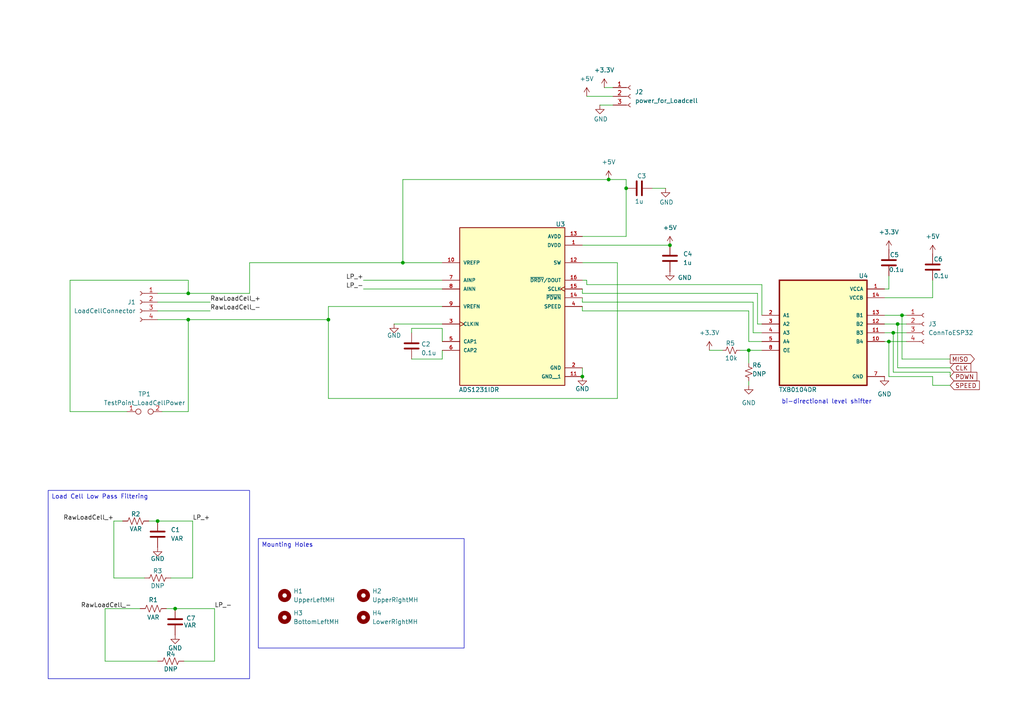
<source format=kicad_sch>
(kicad_sch (version 20231120) (generator "eeschema") (generator_version "8.0")
  (paper "A4")
  (lib_symbols
    (symbol "ADS1231IDR:ADS1231IDR" (pin_names (offset 1.016))
      (property "Reference" "U" (at -15.24 20.955 0))
      (property "Value" "ADS1231IDR" (at -15.24 -27.94 0))
      (symbol "ADS1231IDR_0_0"
        (rectangle (start -15.24 -25.4) (end 15.24 20.32) (stroke (width 0.254)) (fill (type background)))
        (pin power_in line (at 20.32 15.24 180) (length 5.08) (name "DVDD") (number "1"))
        (pin input line (at -20.32 10.16 0) (length 5.08) (name "VREFP") (number "10"))
        (pin power_in line (at 20.32 -22.86 180) (length 5.08) (name "GND__1") (number "11"))
        (pin output line (at 20.32 10.16 180) (length 5.08) (name "SW") (number "12"))
        (pin power_in line (at 20.32 17.78 180) (length 5.08) (name "AVDD") (number "13"))
        (pin input line (at 20.32 0 180) (length 5.08) (name "~{PDWN}") (number "14"))
        (pin input clock (at 20.32 2.54 180) (length 5.08) (name "SCLK") (number "15"))
        (pin output line (at 20.32 5.08 180) (length 5.08) (name "~{DRDY}/DOUT") (number "16"))
        (pin power_in line (at 20.32 -20.32 180) (length 5.08) (name "GND") (number "2"))
        (pin input clock (at -20.32 -7.62 0) (length 5.08) (name "CLKIN") (number "3"))
        (pin input line (at 20.32 -2.54 180) (length 5.08) (name "SPEED") (number "4"))
        (pin passive line (at -20.32 -12.7 0) (length 5.08) (name "CAP1") (number "5"))
        (pin passive line (at -20.32 -15.24 0) (length 5.08) (name "CAP2") (number "6"))
        (pin input line (at -20.32 5.08 0) (length 5.08) (name "AINP") (number "7"))
        (pin input line (at -20.32 2.54 0) (length 5.08) (name "AINN") (number "8"))
        (pin input line (at -20.32 -2.54 0) (length 5.08) (name "VREFN") (number "9"))
      )
    )
    (symbol "Connector:Conn_01x03_Socket" (pin_names (offset 1.016) hide)
      (property "Reference" "J" (at 0 5.08 0))
      (property "Value" "Conn_01x03_Socket" (at 0 -5.08 0))
      (symbol "Conn_01x03_Socket_1_1"
        (arc (start 0 -2.032) (mid -0.5058 -2.54) (end 0 -3.048) (stroke (width 0.1524)))
        (polyline (pts (xy -1.27 -2.54) (xy -0.508 -2.54)) (stroke (width 0.1524)))
        (polyline (pts (xy -1.27 0) (xy -0.508 0)) (stroke (width 0.1524)))
        (polyline (pts (xy -1.27 2.54) (xy -0.508 2.54)) (stroke (width 0.1524)))
        (arc (start 0 0.508) (mid -0.5058 0) (end 0 -0.508) (stroke (width 0.1524)))
        (arc (start 0 3.048) (mid -0.5058 2.54) (end 0 2.032) (stroke (width 0.1524)))
        (pin passive line (at -5.08 2.54 0) (length 3.81) (name "Pin_1") (number "1"))
        (pin passive line (at -5.08 0 0) (length 3.81) (name "Pin_2") (number "2"))
        (pin passive line (at -5.08 -2.54 0) (length 3.81) (name "Pin_3") (number "3"))
      )
    )
    (symbol "Connector:Conn_01x04_Socket" (pin_names (offset 1.016) hide)
      (property "Reference" "J" (at 0 5.08 0))
      (property "Value" "Conn_01x04_Socket" (at 0 -7.62 0))
      (symbol "Conn_01x04_Socket_1_1"
        (arc (start 0 -4.572) (mid -0.5058 -5.08) (end 0 -5.588) (stroke (width 0.1524)))
        (arc (start 0 -2.032) (mid -0.5058 -2.54) (end 0 -3.048) (stroke (width 0.1524)))
        (polyline (pts (xy -1.27 -5.08) (xy -0.508 -5.08)) (stroke (width 0.1524)))
        (polyline (pts (xy -1.27 -2.54) (xy -0.508 -2.54)) (stroke (width 0.1524)))
        (polyline (pts (xy -1.27 0) (xy -0.508 0)) (stroke (width 0.1524)))
        (polyline (pts (xy -1.27 2.54) (xy -0.508 2.54)) (stroke (width 0.1524)))
        (arc (start 0 0.508) (mid -0.5058 0) (end 0 -0.508) (stroke (width 0.1524)))
        (arc (start 0 3.048) (mid -0.5058 2.54) (end 0 2.032) (stroke (width 0.1524)))
        (pin passive line (at -5.08 2.54 0) (length 3.81) (name "Pin_1") (number "1"))
        (pin passive line (at -5.08 0 0) (length 3.81) (name "Pin_2") (number "2"))
        (pin passive line (at -5.08 -2.54 0) (length 3.81) (name "Pin_3") (number "3"))
        (pin passive line (at -5.08 -5.08 0) (length 3.81) (name "Pin_4") (number "4"))
      )
    )
    (symbol "Connector:TestPoint_2Pole" (pin_names (offset 0.762) hide)
      (property "Reference" "TP" (at 0 1.524 0))
      (property "Value" "TestPoint_2Pole" (at 0 -1.778 0))
      (symbol "TestPoint_2Pole_0_1"
        (circle (center -1.778 0) (radius 0.762))
        (circle (center 1.778 0) (radius 0.762))
        (pin passive line (at -5.08 0 0) (length 2.54) (name "1") (number "1"))
        (pin passive line (at 5.08 0 180) (length 2.54) (name "2") (number "2"))
      )
    )
    (symbol "Device:C" (pin_numbers hide) (pin_names (offset 0.254))
      (property "Reference" "C" (at 0.635 2.54 0))
      (property "Value" "C" (at 0.635 -2.54 0))
      (symbol "C_0_1"
        (polyline (pts (xy -2.032 -0.762) (xy 2.032 -0.762)) (stroke (width 0.508)))
        (polyline (pts (xy -2.032 0.762) (xy 2.032 0.762)) (stroke (width 0.508)))
      )
      (symbol "C_1_1"
        (pin passive line (at 0 3.81 270) (length 2.794) (name "~") (number "1"))
        (pin passive line (at 0 -3.81 90) (length 2.794) (name "~") (number "2"))
      )
    )
    (symbol "Device:R_Small_US" (pin_numbers hide) (pin_names (offset 0.254) hide)
      (property "Reference" "R" (at 0.762 0.508 0))
      (property "Value" "R_Small_US" (at 0.762 -1.016 0))
      (symbol "R_Small_US_1_1"
        (polyline (pts (xy 0 0) (xy 1.016 -0.381) (xy 0 -0.762) (xy -1.016 -1.143) (xy 0 -1.524)))
        (polyline (pts (xy 0 1.524) (xy 1.016 1.143) (xy 0 0.762) (xy -1.016 0.381) (xy 0 0)))
        (pin passive line (at 0 2.54 270) (length 1.016) (name "~") (number "1"))
        (pin passive line (at 0 -2.54 90) (length 1.016) (name "~") (number "2"))
      )
    )
    (symbol "Device:R_US" (pin_numbers hide) (pin_names (offset 0))
      (property "Reference" "R" (at 2.54 0 90))
      (property "Value" "R_US" (at -2.54 0 90))
      (symbol "R_US_0_1"
        (polyline (pts (xy 0 -2.286) (xy 0 -2.54)))
        (polyline (pts (xy 0 2.286) (xy 0 2.54)))
        (polyline (pts (xy 0 -0.762) (xy 1.016 -1.143) (xy 0 -1.524) (xy -1.016 -1.905) (xy 0 -2.286)))
        (polyline (pts (xy 0 0.762) (xy 1.016 0.381) (xy 0 0) (xy -1.016 -0.381) (xy 0 -0.762)))
        (polyline (pts (xy 0 2.286) (xy 1.016 1.905) (xy 0 1.524) (xy -1.016 1.143) (xy 0 0.762)))
      )
      (symbol "R_US_1_1"
        (pin passive line (at 0 3.81 270) (length 1.27) (name "~") (number "1"))
        (pin passive line (at 0 -3.81 90) (length 1.27) (name "~") (number "2"))
      )
    )
    (symbol "Mechanical:MountingHole" (pin_names (offset 1.016)) (exclude_from_sim yes) (in_bom no)
      (property "Reference" "H" (at 0 5.08 0))
      (property "Value" "MountingHole" (at 0 3.175 0))
      (symbol "MountingHole_0_1"
        (circle (center 0 0) (radius 1.27) (stroke (width 1.27)))
      )
    )
    (symbol "TXB0104DR:TXB0104DR" (pin_names (offset 1.016))
      (property "Reference" "U" (at -12.7 16.24 0))
      (property "Value" "TXB0104DR" (at -12.7 -19.24 0))
      (symbol "TXB0104DR_0_0"
        (rectangle (start -12.7 -15.24) (end 12.7 15.24) (stroke (width 0.41)) (fill (type background)))
        (pin power_in line (at 17.78 12.7 180) (length 5.08) (name "VCCA") (number "1"))
        (pin output line (at 17.78 -2.54 180) (length 5.08) (name "B4") (number "10"))
        (pin output line (at 17.78 0 180) (length 5.08) (name "B3") (number "11"))
        (pin output line (at 17.78 2.54 180) (length 5.08) (name "B2") (number "12"))
        (pin output line (at 17.78 5.08 180) (length 5.08) (name "B1") (number "13"))
        (pin power_in line (at 17.78 10.16 180) (length 5.08) (name "VCCB") (number "14"))
        (pin input line (at -17.78 5.08 0) (length 5.08) (name "A1") (number "2"))
        (pin input line (at -17.78 2.54 0) (length 5.08) (name "A2") (number "3"))
        (pin input line (at -17.78 0 0) (length 5.08) (name "A3") (number "4"))
        (pin input line (at -17.78 -2.54 0) (length 5.08) (name "A4") (number "5"))
        (pin power_in line (at 17.78 -12.7 180) (length 5.08) (name "GND") (number "7"))
        (pin input line (at -17.78 -5.08 0) (length 5.08) (name "OE") (number "8"))
      )
    )
    (symbol "power:+3.3V" (power) (pin_numbers hide) (pin_names (offset 0) hide)
      (property "Value" "+3.3V" (at 0 3.556 0))
      (symbol "+3.3V_0_1"
        (polyline (pts (xy -0.762 1.27) (xy 0 2.54)))
        (polyline (pts (xy 0 0) (xy 0 2.54)))
        (polyline (pts (xy 0 2.54) (xy 0.762 1.27)))
      )
      (symbol "+3.3V_1_1"
        (pin power_in line (at 0 0 90) (length 0) (name "~") (number "1"))
      )
    )
    (symbol "power:+5V" (power) (pin_numbers hide) (pin_names (offset 0) hide)
      (property "Value" "+5V" (at 0 3.556 0))
      (symbol "+5V_0_1"
        (polyline (pts (xy -0.762 1.27) (xy 0 2.54)))
        (polyline (pts (xy 0 0) (xy 0 2.54)))
        (polyline (pts (xy 0 2.54) (xy 0.762 1.27)))
      )
      (symbol "+5V_1_1"
        (pin power_in line (at 0 0 90) (length 0) (name "~") (number "1"))
      )
    )
    (symbol "power:GND" (power) (pin_numbers hide) (pin_names (offset 0) hide)
      (property "Value" "GND" (at 0 -3.81 0))
      (symbol "GND_0_1"
        (polyline (pts (xy 0 0) (xy 0 -1.27) (xy 1.27 -1.27) (xy 0 -2.54) (xy -1.27 -1.27) (xy 0 -1.27)))
      )
      (symbol "GND_1_1"
        (pin power_in line (at 0 0 270) (length 0) (name "~") (number "1"))
      )
    )
  )
  (junction (at 259.08 96.52))
  (junction (at 54.61 92.71))
  (junction (at 176.53 52.07))
  (junction (at 217.17 101.6))
  (junction (at 168.91 109.22))
  (junction (at 95.25 92.71))
  (junction (at 194.31 71.12))
  (junction (at 181.61 54.61))
  (junction (at 116.84 76.2))
  (junction (at 260.35 93.98))
  (junction (at 261.62 91.44))
  (junction (at 257.81 99.06))
  (junction (at 45.72 151.13))
  (junction (at 50.8 176.53))
  (junction (at 54.61 85.09))
  (wire (pts (xy 260.35 93.98) (xy 262.89 93.98)))
  (wire (pts (xy 55.88 167.64) (xy 49.53 167.64)))
  (wire (pts (xy 95.25 92.71) (xy 95.25 88.9)))
  (wire (pts (xy 105.41 81.28) (xy 128.27 81.28)))
  (wire (pts (xy 48.26 176.53) (xy 50.8 176.53)))
  (wire (pts (xy 256.54 99.06) (xy 257.81 99.06)))
  (wire (pts (xy 50.8 176.53) (xy 62.23 176.53)))
  (wire (pts (xy 105.41 83.82) (xy 128.27 83.82)))
  (wire (pts (xy 261.62 91.44) (xy 261.62 104.14)))
  (wire (pts (xy 170.18 27.94) (xy 177.8 27.94)))
  (wire (pts (xy 259.08 107.95) (xy 275.59 107.95)))
  (wire (pts (xy 168.91 106.68) (xy 168.91 109.22)))
  (wire (pts (xy 54.61 119.38) (xy 46.99 119.38)))
  (wire (pts (xy 30.48 176.53) (xy 30.48 191.77)))
  (wire (pts (xy 54.61 92.71) (xy 95.25 92.71)))
  (wire (pts (xy 168.91 87.63) (xy 218.44 87.63)))
  (wire (pts (xy 214.63 101.6) (xy 217.17 101.6)))
  (wire (pts (xy 168.91 76.2) (xy 179.07 76.2)))
  (wire (pts (xy 168.91 85.09) (xy 168.91 83.82)))
  (wire (pts (xy 168.91 90.17) (xy 168.91 88.9)))
  (wire (pts (xy 217.17 90.17) (xy 217.17 99.06)))
  (wire (pts (xy 257.81 80.01) (xy 257.81 83.82)))
  (wire (pts (xy 189.23 54.61) (xy 193.04 54.61)))
  (wire (pts (xy 270.51 111.76) (xy 275.59 111.76)))
  (wire (pts (xy 119.38 104.14) (xy 128.27 104.14)))
  (wire (pts (xy 256.54 96.52) (xy 259.08 96.52)))
  (wire (pts (xy 175.26 25.4) (xy 177.8 25.4)))
  (wire (pts (xy 275.59 107.95) (xy 275.59 109.22)))
  (wire (pts (xy 72.39 76.2) (xy 72.39 85.09)))
  (wire (pts (xy 170.18 82.55) (xy 220.98 82.55)))
  (wire (pts (xy 261.62 104.14) (xy 275.59 104.14)))
  (wire (pts (xy 20.32 81.28) (xy 54.61 81.28)))
  (wire (pts (xy 217.17 99.06) (xy 220.98 99.06)))
  (wire (pts (xy 259.08 96.52) (xy 262.89 96.52)))
  (wire (pts (xy 54.61 92.71) (xy 54.61 119.38)))
  (wire (pts (xy 168.91 87.63) (xy 168.91 86.36)))
  (wire (pts (xy 219.71 93.98) (xy 220.98 93.98)))
  (wire (pts (xy 256.54 93.98) (xy 260.35 93.98)))
  (wire (pts (xy 30.48 176.53) (xy 40.64 176.53)))
  (wire (pts (xy 259.08 96.52) (xy 259.08 107.95)))
  (wire (pts (xy 257.81 99.06) (xy 262.89 99.06)))
  (wire (pts (xy 260.35 106.68) (xy 275.59 106.68)))
  (wire (pts (xy 170.18 82.55) (xy 170.18 81.28)))
  (wire (pts (xy 95.25 92.71) (xy 95.25 115.57)))
  (wire (pts (xy 33.02 151.13) (xy 33.02 167.64)))
  (wire (pts (xy 116.84 76.2) (xy 72.39 76.2)))
  (wire (pts (xy 257.81 99.06) (xy 257.81 109.22)))
  (wire (pts (xy 179.07 76.2) (xy 179.07 115.57)))
  (wire (pts (xy 95.25 88.9) (xy 128.27 88.9)))
  (wire (pts (xy 116.84 76.2) (xy 128.27 76.2)))
  (wire (pts (xy 209.55 101.6) (xy 205.74 101.6)))
  (wire (pts (xy 30.48 191.77) (xy 45.72 191.77)))
  (wire (pts (xy 55.88 151.13) (xy 55.88 167.64)))
  (wire (pts (xy 181.61 68.58) (xy 168.91 68.58)))
  (wire (pts (xy 217.17 110.49) (xy 217.17 111.76)))
  (wire (pts (xy 257.81 109.22) (xy 270.51 109.22)))
  (wire (pts (xy 114.3 93.98) (xy 128.27 93.98)))
  (wire (pts (xy 168.91 71.12) (xy 194.31 71.12)))
  (wire (pts (xy 168.91 85.09) (xy 219.71 85.09)))
  (wire (pts (xy 181.61 54.61) (xy 181.61 52.07)))
  (wire (pts (xy 128.27 95.25) (xy 128.27 99.06)))
  (wire (pts (xy 20.32 119.38) (xy 20.32 81.28)))
  (wire (pts (xy 54.61 85.09) (xy 72.39 85.09)))
  (wire (pts (xy 128.27 104.14) (xy 128.27 101.6)))
  (wire (pts (xy 261.62 91.44) (xy 262.89 91.44)))
  (wire (pts (xy 218.44 87.63) (xy 218.44 96.52)))
  (wire (pts (xy 217.17 101.6) (xy 220.98 101.6)))
  (wire (pts (xy 36.83 119.38) (xy 20.32 119.38)))
  (wire (pts (xy 179.07 115.57) (xy 95.25 115.57)))
  (wire (pts (xy 45.72 92.71) (xy 54.61 92.71)))
  (wire (pts (xy 60.96 90.17) (xy 45.72 90.17)))
  (wire (pts (xy 256.54 86.36) (xy 270.51 86.36)))
  (wire (pts (xy 119.38 96.52) (xy 119.38 95.25)))
  (wire (pts (xy 181.61 68.58) (xy 181.61 54.61)))
  (wire (pts (xy 257.81 83.82) (xy 256.54 83.82)))
  (wire (pts (xy 33.02 151.13) (xy 35.56 151.13)))
  (wire (pts (xy 116.84 52.07) (xy 176.53 52.07)))
  (wire (pts (xy 260.35 93.98) (xy 260.35 106.68)))
  (wire (pts (xy 33.02 167.64) (xy 41.91 167.64)))
  (wire (pts (xy 62.23 176.53) (xy 62.23 191.77)))
  (wire (pts (xy 270.51 81.28) (xy 270.51 86.36)))
  (wire (pts (xy 217.17 90.17) (xy 168.91 90.17)))
  (wire (pts (xy 116.84 52.07) (xy 116.84 76.2)))
  (wire (pts (xy 176.53 52.07) (xy 181.61 52.07)))
  (wire (pts (xy 62.23 191.77) (xy 53.34 191.77)))
  (wire (pts (xy 60.96 87.63) (xy 45.72 87.63)))
  (wire (pts (xy 119.38 95.25) (xy 128.27 95.25)))
  (wire (pts (xy 217.17 101.6) (xy 217.17 105.41)))
  (wire (pts (xy 270.51 109.22) (xy 270.51 111.76)))
  (wire (pts (xy 45.72 151.13) (xy 55.88 151.13)))
  (wire (pts (xy 43.18 151.13) (xy 45.72 151.13)))
  (wire (pts (xy 218.44 96.52) (xy 220.98 96.52)))
  (wire (pts (xy 170.18 81.28) (xy 168.91 81.28)))
  (wire (pts (xy 256.54 91.44) (xy 261.62 91.44)))
  (wire (pts (xy 54.61 81.28) (xy 54.61 85.09)))
  (wire (pts (xy 220.98 82.55) (xy 220.98 91.44)))
  (wire (pts (xy 219.71 85.09) (xy 219.71 93.98)))
  (wire (pts (xy 173.99 30.48) (xy 177.8 30.48)))
  (wire (pts (xy 45.72 85.09) (xy 54.61 85.09)))
  (text_box "Mounting Holes\n" (at 74.93 156.21 0) (size 59.69 31.75) (effects (font (size 1.27 1.27)) (justify left top)))
  (text_box "Load Cell Low Pass Filtering\n" (at 13.97 142.24 0) (size 58.42 54.61) (effects (font (size 1.27 1.27)) (justify left top)))
  (text "bi-directional level shifter" (at 239.776 116.586 0) (effects (font (size 1.27 1.27))))
  (label "RawLoadCell_-" (at 38.1 176.53 180))
  (label "LP_+" (at 55.88 151.13 0))
  (label "LP_+" (at 105.41 81.28 180))
  (label "LP_-" (at 105.41 83.82 180))
  (label "LP_-" (at 62.23 176.53 0))
  (label "RawLoadCell_+" (at 60.96 87.63 0))
  (label "RawLoadCell_+" (at 33.02 151.13 180))
  (label "RawLoadCell_-" (at 60.96 90.17 0))
  (global_label "SPEED" (shape input) (at 275.59 111.76 0) (property "Intersheetrefs" "${INTERSHEET_REFS}" (effects (hide yes))))
  (global_label "CLK" (shape input) (at 275.59 106.68 0) (property "Intersheetrefs" "${INTERSHEET_REFS}" (effects (hide yes))))
  (global_label "PDWN" (shape input) (at 275.59 109.22 0) (property "Intersheetrefs" "${INTERSHEET_REFS}" (effects (hide yes))))
  (global_label "MISO" (shape output) (at 275.59 104.14 0) (property "Intersheetrefs" "${INTERSHEET_REFS}" (effects (hide yes))))
  (symbol (lib_id "power:+5V") (at 194.31 71.12 0) (unit 1)
    (property "Reference" "#PWR014" (effects (hide yes)))
    (property "Value" "+5V" (at 194.31 66.04 0))
    (property "Description" "Power symbol creates a global label with name \"+5V\"" (effects (hide yes)))
  )
  (symbol (lib_id "Device:R_US") (at 49.53 191.77 270) (unit 1)
    (property "Reference" "R4" (at 49.53 189.738 90))
    (property "Value" "DNP" (at 49.53 194.056 90))
    (property "Footprint" "Resistor_SMD:R_0805_2012Metric_Pad1.20x1.40mm_HandSolder" (effects (hide yes)))
    (property "Description" "Resistor, US symbol" (effects (hide yes)))
  )
  (symbol (lib_id "ADS1231IDR:ADS1231IDR") (at 148.59 86.36 0) (unit 1)
    (property "Reference" "U3" (at 162.56 65.024 0))
    (property "Value" "ADS1231IDR" (at 138.938 113.03 0))
    (property "Footprint" "ADS1231IDR:SOIC127P600X175-16N" (effects (hide yes)))
    (property "Datasheet" "https://www.digikey.com/en/products/detail/texas-instruments/ADS1231IDR/2695867" (effects (hide yes)))
    (property "PARTREV" "D" (effects (hide yes)))
    (property "MANUFACTURER" "Texas Instruments" (effects (hide yes)))
    (property "MAXIMUM_PACKAGE_HEIGHT" "1.75 mm" (effects (hide yes)))
    (property "STANDARD" "IPC 7351B" (effects (hide yes)))
  )
  (symbol (lib_id "Mechanical:MountingHole") (at 82.55 172.72 0) (unit 1) (exclude_from_sim yes) (in_bom no)
    (property "Reference" "H1" (at 85.09 171.4499 0) (effects (justify left)))
    (property "Value" "UpperLeftMH" (at 85.09 173.9899 0) (effects (justify left)))
    (property "Footprint" "MountingHole:MountingHole_2.5mm" (effects (hide yes)))
    (property "Description" "Mounting Hole without connection" (effects (hide yes)))
  )
  (symbol (lib_id "Device:C") (at 50.8 180.34 0) (mirror x) (unit 1)
    (property "Reference" "C7" (at 55.372 179.324 0))
    (property "Value" "VAR" (at 55.118 181.356 0))
    (property "Footprint" "Capacitor_SMD:C_0805_2012Metric_Pad1.18x1.45mm_HandSolder" (effects (hide yes)))
    (property "Description" "Unpolarized capacitor" (effects (hide yes)))
  )
  (symbol (lib_id "TXB0104DR:TXB0104DR") (at 238.76 96.52 0) (unit 1)
    (property "Reference" "U4" (at 250.444 80.01 0))
    (property "Value" "TXB0104DR" (at 231.394 113.03 0))
    (property "Footprint" "TXB0104DR:SOIC127P600X175-14N" (effects (hide yes)))
    (property "MF" "Texas Instruments" (effects (hide yes)))
    (property "Description_1" "\n4-Bit Bidirectional Voltage-Level Shifter with Auto Direction Sensing and +/-15 kV ESD Protect\n" (effects (hide yes)))
    (property "Package" "SOIC-14 Texas Instruments" (effects (hide yes)))
    (property "Price" "None" (effects (hide yes)))
    (property "SnapEDA_Link" "https://www.snapeda.com/parts/TXB0104DR/Texas+Instruments/view-part/?ref=snap" (effects (hide yes)))
    (property "MP" "TXB0104DR" (effects (hide yes)))
    (property "Availability" "In Stock" (effects (hide yes)))
    (property "Check_prices" "https://www.snapeda.com/parts/TXB0104DR/Texas+Instruments/view-part/?ref=eda" (effects (hide yes)))
  )
  (symbol (lib_id "Device:C") (at 119.38 100.33 0) (unit 1)
    (property "Reference" "C2" (at 122.174 99.822 0) (effects (justify left)))
    (property "Value" "0.1u" (at 122.174 102.362 0) (effects (justify left)))
    (property "Footprint" "Capacitor_SMD:C_0805_2012Metric_Pad1.18x1.45mm_HandSolder" (effects (hide yes)))
    (property "Description" "Unpolarized capacitor" (effects (hide yes)))
  )
  (symbol (lib_id "Connector:TestPoint_2Pole") (at 41.91 119.38 0) (unit 1)
    (property "Reference" "TP1" (at 41.91 114.3 0))
    (property "Value" "TestPoint_LoadCellPower" (at 41.91 116.84 0))
    (property "Footprint" "TestPoint:TestPoint_2Pads_Pitch2.54mm_Drill0.8mm" (effects (hide yes)))
    (property "Description" "2-polar test point" (effects (hide yes)))
  )
  (symbol (lib_id "Device:C") (at 270.51 77.47 0) (mirror x) (unit 1)
    (property "Reference" "C6" (at 270.764 75.184 0) (effects (justify left)))
    (property "Value" "0.1u" (at 270.764 80.01 0) (effects (justify left)))
    (property "Footprint" "Capacitor_SMD:C_0805_2012Metric_Pad1.18x1.45mm_HandSolder" (effects (hide yes)))
    (property "Description" "Unpolarized capacitor" (effects (hide yes)))
  )
  (symbol (lib_id "Mechanical:MountingHole") (at 105.41 172.72 0) (unit 1) (exclude_from_sim yes) (in_bom no)
    (property "Reference" "H2" (at 107.95 171.4499 0) (effects (justify left)))
    (property "Value" "UpperRightMH" (at 107.95 173.9899 0) (effects (justify left)))
    (property "Footprint" "MountingHole:MountingHole_2.5mm" (effects (hide yes)))
    (property "Description" "Mounting Hole without connection" (effects (hide yes)))
  )
  (symbol (lib_id "Device:R_Small_US") (at 217.17 107.95 0) (unit 1)
    (property "Reference" "R6" (at 218.186 105.918 0) (effects (justify left)))
    (property "Value" "DNP" (at 218.186 108.458 0) (effects (justify left)))
    (property "Footprint" "Resistor_SMD:R_0805_2012Metric_Pad1.20x1.40mm_HandSolder" (effects (hide yes)))
    (property "Description" "Resistor, small US symbol" (effects (hide yes)))
  )
  (symbol (lib_id "Device:C") (at 185.42 54.61 90) (mirror x) (unit 1)
    (property "Reference" "C3" (at 187.452 51.054 90) (effects (justify left)))
    (property "Value" "1u" (at 186.6899 58.42 90) (effects (justify left)))
    (property "Footprint" "Capacitor_SMD:C_0805_2012Metric_Pad1.18x1.45mm_HandSolder" (effects (hide yes)))
    (property "Description" "Unpolarized capacitor" (effects (hide yes)))
  )
  (symbol (lib_id "power:+5V") (at 176.53 52.07 0) (unit 1)
    (property "Reference" "#PWR012" (effects (hide yes)))
    (property "Value" "+5V" (at 176.53 46.99 0))
    (property "Description" "Power symbol creates a global label with name \"+5V\"" (effects (hide yes)))
  )
  (symbol (lib_id "Mechanical:MountingHole") (at 105.41 179.07 0) (unit 1) (exclude_from_sim yes) (in_bom no)
    (property "Reference" "H4" (at 107.95 177.7999 0) (effects (justify left)))
    (property "Value" "LowerRightMH" (at 107.95 180.3399 0) (effects (justify left)))
    (property "Footprint" "MountingHole:MountingHole_2.5mm" (effects (hide yes)))
    (property "Description" "Mounting Hole without connection" (effects (hide yes)))
  )
  (symbol (lib_id "Device:R_US") (at 45.72 167.64 270) (unit 1)
    (property "Reference" "R3" (at 45.72 165.608 90))
    (property "Value" "DNP" (at 45.72 169.926 90))
    (property "Footprint" "Resistor_SMD:R_0805_2012Metric_Pad1.20x1.40mm_HandSolder" (effects (hide yes)))
    (property "Description" "Resistor, US symbol" (effects (hide yes)))
  )
  (symbol (lib_id "power:GND") (at 193.04 54.61 0) (unit 1)
    (property "Reference" "#PWR013" (effects (hide yes)))
    (property "Value" "GND" (at 193.294 58.674 0))
    (property "Description" "Power symbol creates a global label with name \"GND\" , ground" (effects (hide yes)))
  )
  (symbol (lib_id "Device:C") (at 194.31 74.93 0) (unit 1)
    (property "Reference" "C4" (at 198.12 73.6599 0) (effects (justify left)))
    (property "Value" "1u" (at 198.12 76.1999 0) (effects (justify left)))
    (property "Footprint" "Capacitor_SMD:C_0805_2012Metric_Pad1.18x1.45mm_HandSolder" (effects (hide yes)))
    (property "Description" "Unpolarized capacitor" (effects (hide yes)))
  )
  (symbol (lib_id "Connector:Conn_01x04_Socket") (at 267.97 93.98 0) (unit 1)
    (property "Reference" "J3" (at 269.24 93.9799 0) (effects (justify left)))
    (property "Value" "ConnToESP32" (at 269.24 96.5199 0) (effects (justify left)))
    (property "Footprint" "CONN_B4B-XH-AM_JST:CONN_B4B-XH-AM_JST" (effects (hide yes)))
    (property "Datasheet" "https://www.digikey.com/en/products/detail/jst-sales-america-inc/B4B-XH-AM/1651035" (effects (hide yes)))
    (property "Description" "Generic connector, single row, 01x04, script generated" (effects (hide yes)))
  )
  (symbol (lib_id "power:GND") (at 114.3 93.98 0) (unit 1)
    (property "Reference" "#PWR05" (effects (hide yes)))
    (property "Value" "GND" (at 114.3 97.282 0))
    (property "Description" "Power symbol creates a global label with name \"GND\" , ground" (effects (hide yes)))
  )
  (symbol (lib_id "power:GND") (at 45.72 158.75 0) (unit 1)
    (property "Reference" "#PWR02" (effects (hide yes)))
    (property "Value" "GND" (at 45.72 162.052 0))
    (property "Description" "Power symbol creates a global label with name \"GND\" , ground" (effects (hide yes)))
  )
  (symbol (lib_id "Mechanical:MountingHole") (at 82.55 179.07 0) (unit 1) (exclude_from_sim yes) (in_bom no)
    (property "Reference" "H3" (at 85.09 177.7999 0) (effects (justify left)))
    (property "Value" "BottomLeftMH" (at 85.09 180.3399 0) (effects (justify left)))
    (property "Footprint" "MountingHole:MountingHole_2.5mm" (effects (hide yes)))
    (property "Description" "Mounting Hole without connection" (effects (hide yes)))
  )
  (symbol (lib_id "power:+3.3V") (at 175.26 25.4 0) (unit 1)
    (property "Reference" "#PWR011" (effects (hide yes)))
    (property "Value" "+3.3V" (at 175.26 20.32 0))
    (property "Description" "Power symbol creates a global label with name \"+3.3V\"" (effects (hide yes)))
  )
  (symbol (lib_id "Connector:Conn_01x03_Socket") (at 182.88 27.94 0) (unit 1)
    (property "Reference" "J2" (at 184.15 26.6699 0) (effects (justify left)))
    (property "Value" "power_for_Loadcell" (at 184.15 29.2099 0) (effects (justify left)))
    (property "Footprint" "Connector_JST:JST_EH_B3B-EH-A_1x03_P2.50mm_Vertical" (effects (hide yes)))
    (property "Datasheet" "https://www.digikey.com/en/products/detail/jst-sales-america-inc/B3B-XH-A/1651046" (effects (hide yes)))
    (property "Description" "Generic connector, single row, 01x03, script generated" (effects (hide yes)))
  )
  (symbol (lib_id "Device:C") (at 257.81 76.2 0) (mirror x) (unit 1)
    (property "Reference" "C5" (at 258.064 73.914 0) (effects (justify left)))
    (property "Value" "0.1u" (at 257.81 78.232 0) (effects (justify left)))
    (property "Footprint" "Capacitor_SMD:C_0805_2012Metric_Pad1.18x1.45mm_HandSolder" (effects (hide yes)))
    (property "Description" "Unpolarized capacitor" (effects (hide yes)))
  )
  (symbol (lib_id "power:GND") (at 173.99 30.48 0) (unit 1)
    (property "Reference" "#PWR010" (effects (hide yes)))
    (property "Value" "GND" (at 174.244 34.544 0))
    (property "Description" "Power symbol creates a global label with name \"GND\" , ground" (effects (hide yes)))
  )
  (symbol (lib_id "power:+5V") (at 270.51 73.66 0) (unit 1)
    (property "Reference" "#PWR020" (effects (hide yes)))
    (property "Value" "+5V" (at 270.51 68.58 0))
    (property "Description" "Power symbol creates a global label with name \"+5V\"" (effects (hide yes)))
  )
  (symbol (lib_id "power:GND") (at 50.8 184.15 0) (unit 1)
    (property "Reference" "#PWR01" (effects (hide yes)))
    (property "Value" "GND" (at 50.8 187.96 0))
    (property "Description" "Power symbol creates a global label with name \"GND\" , ground" (effects (hide yes)))
  )
  (symbol (lib_id "Device:R_US") (at 39.37 151.13 270) (unit 1)
    (property "Reference" "R2" (at 39.37 149.098 90))
    (property "Value" "VAR" (at 39.37 153.416 90))
    (property "Footprint" "Resistor_SMD:R_0805_2012Metric_Pad1.20x1.40mm_HandSolder" (effects (hide yes)))
    (property "Description" "Resistor, US symbol" (effects (hide yes)))
  )
  (symbol (lib_id "Device:C") (at 45.72 154.94 0) (unit 1)
    (property "Reference" "C1" (at 49.53 153.6699 0) (effects (justify left)))
    (property "Value" "VAR" (at 49.53 156.2099 0) (effects (justify left)))
    (property "Footprint" "Capacitor_SMD:C_0805_2012Metric_Pad1.18x1.45mm_HandSolder" (effects (hide yes)))
    (property "Description" "Unpolarized capacitor" (effects (hide yes)))
  )
  (symbol (lib_id "power:GND") (at 194.31 78.74 0) (unit 1)
    (property "Reference" "#PWR015" (effects (hide yes)))
    (property "Value" "GND" (at 198.628 80.518 0))
    (property "Description" "Power symbol creates a global label with name \"GND\" , ground" (effects (hide yes)))
  )
  (symbol (lib_id "power:GND") (at 168.91 109.22 0) (unit 1)
    (property "Reference" "#PWR08" (effects (hide yes)))
    (property "Value" "GND" (at 168.91 112.776 0))
    (property "Description" "Power symbol creates a global label with name \"GND\" , ground" (effects (hide yes)))
  )
  (symbol (lib_id "power:GND") (at 217.17 111.76 0) (unit 1)
    (property "Reference" "#PWR017" (effects (hide yes)))
    (property "Value" "GND" (at 217.17 116.84 0))
    (property "Description" "Power symbol creates a global label with name \"GND\" , ground" (effects (hide yes)))
  )
  (symbol (lib_id "power:+3.3V") (at 257.81 72.39 0) (unit 1)
    (property "Reference" "#PWR019" (effects (hide yes)))
    (property "Value" "+3.3V" (at 257.81 67.31 0))
    (property "Description" "Power symbol creates a global label with name \"+3.3V\"" (effects (hide yes)))
  )
  (symbol (lib_id "power:+5V") (at 170.18 27.94 0) (unit 1)
    (property "Reference" "#PWR09" (effects (hide yes)))
    (property "Value" "+5V" (at 170.18 22.86 0))
    (property "Description" "Power symbol creates a global label with name \"+5V\"" (effects (hide yes)))
  )
  (symbol (lib_id "Connector:Conn_01x04_Socket") (at 40.64 87.63 0) (mirror y) (unit 1)
    (property "Reference" "J1" (at 39.37 87.6299 0) (effects (justify left)))
    (property "Value" "LoadCellConnector" (at 39.37 90.1699 0) (effects (justify left)))
    (property "Footprint" "CONN_B4B-XH-AM_JST:CONN_B4B-XH-AM_JST" (effects (hide yes)))
    (property "Datasheet" "https://www.digikey.com/en/products/detail/te-connectivity-measurement-specialties/FX1901-0001-0200-L/5277314" (effects (hide yes)))
    (property "Description" " FX1901-0001-0200-L" (effects (hide yes)))
    (property "Field5" "https://www.digikey.com/en/products/detail/jst-sales-america-inc/B4B-XH-AM/1651035" (effects (hide yes)))
  )
  (symbol (lib_id "power:+3.3V") (at 205.74 101.6 0) (unit 1)
    (property "Reference" "#PWR016" (effects (hide yes)))
    (property "Value" "+3.3V" (at 205.74 96.52 0))
    (property "Description" "Power symbol creates a global label with name \"+3.3V\"" (effects (hide yes)))
  )
  (symbol (lib_id "Device:R_Small_US") (at 212.09 101.6 90) (unit 1)
    (property "Reference" "R5" (at 211.836 99.568 90))
    (property "Value" "10k" (at 212.09 103.886 90))
    (property "Footprint" "Resistor_SMD:R_0805_2012Metric_Pad1.20x1.40mm_HandSolder" (effects (hide yes)))
    (property "Description" "Resistor, small US symbol" (effects (hide yes)))
  )
  (symbol (lib_id "Device:R_US") (at 44.45 176.53 270) (unit 1)
    (property "Reference" "R1" (at 44.45 173.99 90))
    (property "Value" "VAR" (at 44.45 179.07 90))
    (property "Footprint" "Resistor_SMD:R_0805_2012Metric_Pad1.20x1.40mm_HandSolder" (effects (hide yes)))
    (property "Description" "Resistor, US symbol" (effects (hide yes)))
  )
  (symbol (lib_id "power:GND") (at 256.54 109.22 0) (unit 1)
    (property "Reference" "#PWR018" (effects (hide yes)))
    (property "Value" "GND" (at 256.54 114.3 0))
    (property "Description" "Power symbol creates a global label with name \"GND\" , ground" (effects (hide yes)))
  )
)
</source>
